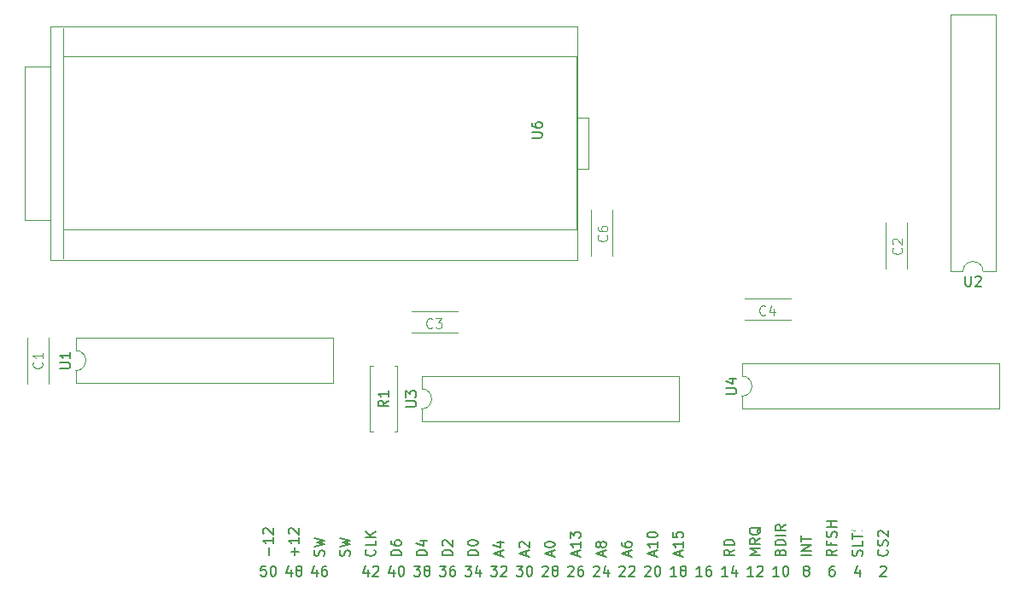
<source format=gto>
G04 #@! TF.GenerationSoftware,KiCad,Pcbnew,(6.0.9)*
G04 #@! TF.CreationDate,2023-07-19T22:39:00+02:00*
G04 #@! TF.ProjectId,Cartucho_MSX_Tang_Nano_20k_V9958,43617274-7563-4686-9f5f-4d53585f5461,rev?*
G04 #@! TF.SameCoordinates,Original*
G04 #@! TF.FileFunction,Legend,Top*
G04 #@! TF.FilePolarity,Positive*
%FSLAX46Y46*%
G04 Gerber Fmt 4.6, Leading zero omitted, Abs format (unit mm)*
G04 Created by KiCad (PCBNEW (6.0.9)) date 2023-07-19 22:39:00*
%MOMM*%
%LPD*%
G01*
G04 APERTURE LIST*
%ADD10C,0.150000*%
%ADD11C,0.096520*%
%ADD12C,0.120000*%
%ADD13C,0.100000*%
%ADD14C,4.900000*%
%ADD15R,1.270000X7.620000*%
%ADD16C,1.600000*%
%ADD17R,1.600000X2.400000*%
%ADD18O,1.600000X2.400000*%
%ADD19O,1.600000X1.600000*%
%ADD20R,2.400000X1.600000*%
%ADD21O,2.400000X1.600000*%
G04 APERTURE END LIST*
D10*
X118618095Y-133532619D02*
X118665714Y-133485000D01*
X118760952Y-133437380D01*
X118999047Y-133437380D01*
X119094285Y-133485000D01*
X119141904Y-133532619D01*
X119189523Y-133627857D01*
X119189523Y-133723095D01*
X119141904Y-133865952D01*
X118570476Y-134437380D01*
X119189523Y-134437380D01*
X119808571Y-133437380D02*
X119903809Y-133437380D01*
X119999047Y-133485000D01*
X120046666Y-133532619D01*
X120094285Y-133627857D01*
X120141904Y-133818333D01*
X120141904Y-134056428D01*
X120094285Y-134246904D01*
X120046666Y-134342142D01*
X119999047Y-134389761D01*
X119903809Y-134437380D01*
X119808571Y-134437380D01*
X119713333Y-134389761D01*
X119665714Y-134342142D01*
X119618095Y-134246904D01*
X119570476Y-134056428D01*
X119570476Y-133818333D01*
X119618095Y-133627857D01*
X119665714Y-133532619D01*
X119713333Y-133485000D01*
X119808571Y-133437380D01*
X83891428Y-132379404D02*
X83891428Y-131617500D01*
X84272380Y-131998452D02*
X83510476Y-131998452D01*
X84272380Y-130617500D02*
X84272380Y-131188928D01*
X84272380Y-130903214D02*
X83272380Y-130903214D01*
X83415238Y-130998452D01*
X83510476Y-131093690D01*
X83558095Y-131188928D01*
X83367619Y-130236547D02*
X83320000Y-130188928D01*
X83272380Y-130093690D01*
X83272380Y-129855595D01*
X83320000Y-129760357D01*
X83367619Y-129712738D01*
X83462857Y-129665119D01*
X83558095Y-129665119D01*
X83700952Y-129712738D01*
X84272380Y-130284166D01*
X84272380Y-129665119D01*
X129349523Y-134437380D02*
X128778095Y-134437380D01*
X129063809Y-134437380D02*
X129063809Y-133437380D01*
X128968571Y-133580238D01*
X128873333Y-133675476D01*
X128778095Y-133723095D01*
X129730476Y-133532619D02*
X129778095Y-133485000D01*
X129873333Y-133437380D01*
X130111428Y-133437380D01*
X130206666Y-133485000D01*
X130254285Y-133532619D01*
X130301904Y-133627857D01*
X130301904Y-133723095D01*
X130254285Y-133865952D01*
X129682857Y-134437380D01*
X130301904Y-134437380D01*
X126809523Y-134437380D02*
X126238095Y-134437380D01*
X126523809Y-134437380D02*
X126523809Y-133437380D01*
X126428571Y-133580238D01*
X126333333Y-133675476D01*
X126238095Y-133723095D01*
X127666666Y-133770714D02*
X127666666Y-134437380D01*
X127428571Y-133389761D02*
X127190476Y-134104047D01*
X127809523Y-134104047D01*
X91154285Y-133770714D02*
X91154285Y-134437380D01*
X90916190Y-133389761D02*
X90678095Y-134104047D01*
X91297142Y-134104047D01*
X91630476Y-133532619D02*
X91678095Y-133485000D01*
X91773333Y-133437380D01*
X92011428Y-133437380D01*
X92106666Y-133485000D01*
X92154285Y-133532619D01*
X92201904Y-133627857D01*
X92201904Y-133723095D01*
X92154285Y-133865952D01*
X91582857Y-134437380D01*
X92201904Y-134437380D01*
X86764761Y-132427023D02*
X86812380Y-132284166D01*
X86812380Y-132046071D01*
X86764761Y-131950833D01*
X86717142Y-131903214D01*
X86621904Y-131855595D01*
X86526666Y-131855595D01*
X86431428Y-131903214D01*
X86383809Y-131950833D01*
X86336190Y-132046071D01*
X86288571Y-132236547D01*
X86240952Y-132331785D01*
X86193333Y-132379404D01*
X86098095Y-132427023D01*
X86002857Y-132427023D01*
X85907619Y-132379404D01*
X85860000Y-132331785D01*
X85812380Y-132236547D01*
X85812380Y-131998452D01*
X85860000Y-131855595D01*
X85812380Y-131522261D02*
X86812380Y-131284166D01*
X86098095Y-131093690D01*
X86812380Y-130903214D01*
X85812380Y-130665119D01*
X116078095Y-133532619D02*
X116125714Y-133485000D01*
X116220952Y-133437380D01*
X116459047Y-133437380D01*
X116554285Y-133485000D01*
X116601904Y-133532619D01*
X116649523Y-133627857D01*
X116649523Y-133723095D01*
X116601904Y-133865952D01*
X116030476Y-134437380D01*
X116649523Y-134437380D01*
X117030476Y-133532619D02*
X117078095Y-133485000D01*
X117173333Y-133437380D01*
X117411428Y-133437380D01*
X117506666Y-133485000D01*
X117554285Y-133532619D01*
X117601904Y-133627857D01*
X117601904Y-133723095D01*
X117554285Y-133865952D01*
X116982857Y-134437380D01*
X117601904Y-134437380D01*
X114466666Y-132427023D02*
X114466666Y-131950833D01*
X114752380Y-132522261D02*
X113752380Y-132188928D01*
X114752380Y-131855595D01*
X114180952Y-131379404D02*
X114133333Y-131474642D01*
X114085714Y-131522261D01*
X113990476Y-131569880D01*
X113942857Y-131569880D01*
X113847619Y-131522261D01*
X113800000Y-131474642D01*
X113752380Y-131379404D01*
X113752380Y-131188928D01*
X113800000Y-131093690D01*
X113847619Y-131046071D01*
X113942857Y-130998452D01*
X113990476Y-130998452D01*
X114085714Y-131046071D01*
X114133333Y-131093690D01*
X114180952Y-131188928D01*
X114180952Y-131379404D01*
X114228571Y-131474642D01*
X114276190Y-131522261D01*
X114371428Y-131569880D01*
X114561904Y-131569880D01*
X114657142Y-131522261D01*
X114704761Y-131474642D01*
X114752380Y-131379404D01*
X114752380Y-131188928D01*
X114704761Y-131093690D01*
X114657142Y-131046071D01*
X114561904Y-130998452D01*
X114371428Y-130998452D01*
X114276190Y-131046071D01*
X114228571Y-131093690D01*
X114180952Y-131188928D01*
X122086666Y-132427023D02*
X122086666Y-131950833D01*
X122372380Y-132522261D02*
X121372380Y-132188928D01*
X122372380Y-131855595D01*
X122372380Y-130998452D02*
X122372380Y-131569880D01*
X122372380Y-131284166D02*
X121372380Y-131284166D01*
X121515238Y-131379404D01*
X121610476Y-131474642D01*
X121658095Y-131569880D01*
X121372380Y-130093690D02*
X121372380Y-130569880D01*
X121848571Y-130617500D01*
X121800952Y-130569880D01*
X121753333Y-130474642D01*
X121753333Y-130236547D01*
X121800952Y-130141309D01*
X121848571Y-130093690D01*
X121943809Y-130046071D01*
X122181904Y-130046071D01*
X122277142Y-130093690D01*
X122324761Y-130141309D01*
X122372380Y-130236547D01*
X122372380Y-130474642D01*
X122324761Y-130569880D01*
X122277142Y-130617500D01*
X81351428Y-132379404D02*
X81351428Y-131617500D01*
X81732380Y-130617500D02*
X81732380Y-131188928D01*
X81732380Y-130903214D02*
X80732380Y-130903214D01*
X80875238Y-130998452D01*
X80970476Y-131093690D01*
X81018095Y-131188928D01*
X80827619Y-130236547D02*
X80780000Y-130188928D01*
X80732380Y-130093690D01*
X80732380Y-129855595D01*
X80780000Y-129760357D01*
X80827619Y-129712738D01*
X80922857Y-129665119D01*
X81018095Y-129665119D01*
X81160952Y-129712738D01*
X81732380Y-130284166D01*
X81732380Y-129665119D01*
X95710476Y-133437380D02*
X96329523Y-133437380D01*
X95996190Y-133818333D01*
X96139047Y-133818333D01*
X96234285Y-133865952D01*
X96281904Y-133913571D01*
X96329523Y-134008809D01*
X96329523Y-134246904D01*
X96281904Y-134342142D01*
X96234285Y-134389761D01*
X96139047Y-134437380D01*
X95853333Y-134437380D01*
X95758095Y-134389761D01*
X95710476Y-134342142D01*
X96900952Y-133865952D02*
X96805714Y-133818333D01*
X96758095Y-133770714D01*
X96710476Y-133675476D01*
X96710476Y-133627857D01*
X96758095Y-133532619D01*
X96805714Y-133485000D01*
X96900952Y-133437380D01*
X97091428Y-133437380D01*
X97186666Y-133485000D01*
X97234285Y-133532619D01*
X97281904Y-133627857D01*
X97281904Y-133675476D01*
X97234285Y-133770714D01*
X97186666Y-133818333D01*
X97091428Y-133865952D01*
X96900952Y-133865952D01*
X96805714Y-133913571D01*
X96758095Y-133961190D01*
X96710476Y-134056428D01*
X96710476Y-134246904D01*
X96758095Y-134342142D01*
X96805714Y-134389761D01*
X96900952Y-134437380D01*
X97091428Y-134437380D01*
X97186666Y-134389761D01*
X97234285Y-134342142D01*
X97281904Y-134246904D01*
X97281904Y-134056428D01*
X97234285Y-133961190D01*
X97186666Y-133913571D01*
X97091428Y-133865952D01*
X142597142Y-131807976D02*
X142644761Y-131855595D01*
X142692380Y-131998452D01*
X142692380Y-132093690D01*
X142644761Y-132236547D01*
X142549523Y-132331785D01*
X142454285Y-132379404D01*
X142263809Y-132427023D01*
X142120952Y-132427023D01*
X141930476Y-132379404D01*
X141835238Y-132331785D01*
X141740000Y-132236547D01*
X141692380Y-132093690D01*
X141692380Y-131998452D01*
X141740000Y-131855595D01*
X141787619Y-131807976D01*
X142644761Y-131427023D02*
X142692380Y-131284166D01*
X142692380Y-131046071D01*
X142644761Y-130950833D01*
X142597142Y-130903214D01*
X142501904Y-130855595D01*
X142406666Y-130855595D01*
X142311428Y-130903214D01*
X142263809Y-130950833D01*
X142216190Y-131046071D01*
X142168571Y-131236547D01*
X142120952Y-131331785D01*
X142073333Y-131379404D01*
X141978095Y-131427023D01*
X141882857Y-131427023D01*
X141787619Y-131379404D01*
X141740000Y-131331785D01*
X141692380Y-131236547D01*
X141692380Y-130998452D01*
X141740000Y-130855595D01*
X141787619Y-130474642D02*
X141740000Y-130427023D01*
X141692380Y-130331785D01*
X141692380Y-130093690D01*
X141740000Y-129998452D01*
X141787619Y-129950833D01*
X141882857Y-129903214D01*
X141978095Y-129903214D01*
X142120952Y-129950833D01*
X142692380Y-130522261D01*
X142692380Y-129903214D01*
X105870476Y-133437380D02*
X106489523Y-133437380D01*
X106156190Y-133818333D01*
X106299047Y-133818333D01*
X106394285Y-133865952D01*
X106441904Y-133913571D01*
X106489523Y-134008809D01*
X106489523Y-134246904D01*
X106441904Y-134342142D01*
X106394285Y-134389761D01*
X106299047Y-134437380D01*
X106013333Y-134437380D01*
X105918095Y-134389761D01*
X105870476Y-134342142D01*
X107108571Y-133437380D02*
X107203809Y-133437380D01*
X107299047Y-133485000D01*
X107346666Y-133532619D01*
X107394285Y-133627857D01*
X107441904Y-133818333D01*
X107441904Y-134056428D01*
X107394285Y-134246904D01*
X107346666Y-134342142D01*
X107299047Y-134389761D01*
X107203809Y-134437380D01*
X107108571Y-134437380D01*
X107013333Y-134389761D01*
X106965714Y-134342142D01*
X106918095Y-134246904D01*
X106870476Y-134056428D01*
X106870476Y-133818333D01*
X106918095Y-133627857D01*
X106965714Y-133532619D01*
X107013333Y-133485000D01*
X107108571Y-133437380D01*
X96972380Y-132379404D02*
X95972380Y-132379404D01*
X95972380Y-132141309D01*
X96020000Y-131998452D01*
X96115238Y-131903214D01*
X96210476Y-131855595D01*
X96400952Y-131807976D01*
X96543809Y-131807976D01*
X96734285Y-131855595D01*
X96829523Y-131903214D01*
X96924761Y-131998452D01*
X96972380Y-132141309D01*
X96972380Y-132379404D01*
X96305714Y-130950833D02*
X96972380Y-130950833D01*
X95924761Y-131188928D02*
X96639047Y-131427023D01*
X96639047Y-130807976D01*
X91797142Y-131807976D02*
X91844761Y-131855595D01*
X91892380Y-131998452D01*
X91892380Y-132093690D01*
X91844761Y-132236547D01*
X91749523Y-132331785D01*
X91654285Y-132379404D01*
X91463809Y-132427023D01*
X91320952Y-132427023D01*
X91130476Y-132379404D01*
X91035238Y-132331785D01*
X90940000Y-132236547D01*
X90892380Y-132093690D01*
X90892380Y-131998452D01*
X90940000Y-131855595D01*
X90987619Y-131807976D01*
X91892380Y-130903214D02*
X91892380Y-131379404D01*
X90892380Y-131379404D01*
X91892380Y-130569880D02*
X90892380Y-130569880D01*
X91892380Y-129998452D02*
X91320952Y-130427023D01*
X90892380Y-129998452D02*
X91463809Y-130569880D01*
X119546666Y-132427023D02*
X119546666Y-131950833D01*
X119832380Y-132522261D02*
X118832380Y-132188928D01*
X119832380Y-131855595D01*
X119832380Y-130998452D02*
X119832380Y-131569880D01*
X119832380Y-131284166D02*
X118832380Y-131284166D01*
X118975238Y-131379404D01*
X119070476Y-131474642D01*
X119118095Y-131569880D01*
X118832380Y-130379404D02*
X118832380Y-130284166D01*
X118880000Y-130188928D01*
X118927619Y-130141309D01*
X119022857Y-130093690D01*
X119213333Y-130046071D01*
X119451428Y-130046071D01*
X119641904Y-130093690D01*
X119737142Y-130141309D01*
X119784761Y-130188928D01*
X119832380Y-130284166D01*
X119832380Y-130379404D01*
X119784761Y-130474642D01*
X119737142Y-130522261D01*
X119641904Y-130569880D01*
X119451428Y-130617500D01*
X119213333Y-130617500D01*
X119022857Y-130569880D01*
X118927619Y-130522261D01*
X118880000Y-130474642D01*
X118832380Y-130379404D01*
X113538095Y-133532619D02*
X113585714Y-133485000D01*
X113680952Y-133437380D01*
X113919047Y-133437380D01*
X114014285Y-133485000D01*
X114061904Y-133532619D01*
X114109523Y-133627857D01*
X114109523Y-133723095D01*
X114061904Y-133865952D01*
X113490476Y-134437380D01*
X114109523Y-134437380D01*
X114966666Y-133770714D02*
X114966666Y-134437380D01*
X114728571Y-133389761D02*
X114490476Y-134104047D01*
X115109523Y-134104047D01*
X83534285Y-133770714D02*
X83534285Y-134437380D01*
X83296190Y-133389761D02*
X83058095Y-134104047D01*
X83677142Y-134104047D01*
X84200952Y-133865952D02*
X84105714Y-133818333D01*
X84058095Y-133770714D01*
X84010476Y-133675476D01*
X84010476Y-133627857D01*
X84058095Y-133532619D01*
X84105714Y-133485000D01*
X84200952Y-133437380D01*
X84391428Y-133437380D01*
X84486666Y-133485000D01*
X84534285Y-133532619D01*
X84581904Y-133627857D01*
X84581904Y-133675476D01*
X84534285Y-133770714D01*
X84486666Y-133818333D01*
X84391428Y-133865952D01*
X84200952Y-133865952D01*
X84105714Y-133913571D01*
X84058095Y-133961190D01*
X84010476Y-134056428D01*
X84010476Y-134246904D01*
X84058095Y-134342142D01*
X84105714Y-134389761D01*
X84200952Y-134437380D01*
X84391428Y-134437380D01*
X84486666Y-134389761D01*
X84534285Y-134342142D01*
X84581904Y-134246904D01*
X84581904Y-134056428D01*
X84534285Y-133961190D01*
X84486666Y-133913571D01*
X84391428Y-133865952D01*
X86074285Y-133770714D02*
X86074285Y-134437380D01*
X85836190Y-133389761D02*
X85598095Y-134104047D01*
X86217142Y-134104047D01*
X87026666Y-133437380D02*
X86836190Y-133437380D01*
X86740952Y-133485000D01*
X86693333Y-133532619D01*
X86598095Y-133675476D01*
X86550476Y-133865952D01*
X86550476Y-134246904D01*
X86598095Y-134342142D01*
X86645714Y-134389761D01*
X86740952Y-134437380D01*
X86931428Y-134437380D01*
X87026666Y-134389761D01*
X87074285Y-134342142D01*
X87121904Y-134246904D01*
X87121904Y-134008809D01*
X87074285Y-133913571D01*
X87026666Y-133865952D01*
X86931428Y-133818333D01*
X86740952Y-133818333D01*
X86645714Y-133865952D01*
X86598095Y-133913571D01*
X86550476Y-134008809D01*
X134524761Y-133865952D02*
X134429523Y-133818333D01*
X134381904Y-133770714D01*
X134334285Y-133675476D01*
X134334285Y-133627857D01*
X134381904Y-133532619D01*
X134429523Y-133485000D01*
X134524761Y-133437380D01*
X134715238Y-133437380D01*
X134810476Y-133485000D01*
X134858095Y-133532619D01*
X134905714Y-133627857D01*
X134905714Y-133675476D01*
X134858095Y-133770714D01*
X134810476Y-133818333D01*
X134715238Y-133865952D01*
X134524761Y-133865952D01*
X134429523Y-133913571D01*
X134381904Y-133961190D01*
X134334285Y-134056428D01*
X134334285Y-134246904D01*
X134381904Y-134342142D01*
X134429523Y-134389761D01*
X134524761Y-134437380D01*
X134715238Y-134437380D01*
X134810476Y-134389761D01*
X134858095Y-134342142D01*
X134905714Y-134246904D01*
X134905714Y-134056428D01*
X134858095Y-133961190D01*
X134810476Y-133913571D01*
X134715238Y-133865952D01*
X100790476Y-133437380D02*
X101409523Y-133437380D01*
X101076190Y-133818333D01*
X101219047Y-133818333D01*
X101314285Y-133865952D01*
X101361904Y-133913571D01*
X101409523Y-134008809D01*
X101409523Y-134246904D01*
X101361904Y-134342142D01*
X101314285Y-134389761D01*
X101219047Y-134437380D01*
X100933333Y-134437380D01*
X100838095Y-134389761D01*
X100790476Y-134342142D01*
X102266666Y-133770714D02*
X102266666Y-134437380D01*
X102028571Y-133389761D02*
X101790476Y-134104047D01*
X102409523Y-134104047D01*
X132008571Y-132046071D02*
X132056190Y-131903214D01*
X132103809Y-131855595D01*
X132199047Y-131807976D01*
X132341904Y-131807976D01*
X132437142Y-131855595D01*
X132484761Y-131903214D01*
X132532380Y-131998452D01*
X132532380Y-132379404D01*
X131532380Y-132379404D01*
X131532380Y-132046071D01*
X131580000Y-131950833D01*
X131627619Y-131903214D01*
X131722857Y-131855595D01*
X131818095Y-131855595D01*
X131913333Y-131903214D01*
X131960952Y-131950833D01*
X132008571Y-132046071D01*
X132008571Y-132379404D01*
X132532380Y-131379404D02*
X131532380Y-131379404D01*
X131532380Y-131141309D01*
X131580000Y-130998452D01*
X131675238Y-130903214D01*
X131770476Y-130855595D01*
X131960952Y-130807976D01*
X132103809Y-130807976D01*
X132294285Y-130855595D01*
X132389523Y-130903214D01*
X132484761Y-130998452D01*
X132532380Y-131141309D01*
X132532380Y-131379404D01*
X132532380Y-130379404D02*
X131532380Y-130379404D01*
X132532380Y-129331785D02*
X132056190Y-129665119D01*
X132532380Y-129903214D02*
X131532380Y-129903214D01*
X131532380Y-129522261D01*
X131580000Y-129427023D01*
X131627619Y-129379404D01*
X131722857Y-129331785D01*
X131865714Y-129331785D01*
X131960952Y-129379404D01*
X132008571Y-129427023D01*
X132056190Y-129522261D01*
X132056190Y-129903214D01*
X108458095Y-133532619D02*
X108505714Y-133485000D01*
X108600952Y-133437380D01*
X108839047Y-133437380D01*
X108934285Y-133485000D01*
X108981904Y-133532619D01*
X109029523Y-133627857D01*
X109029523Y-133723095D01*
X108981904Y-133865952D01*
X108410476Y-134437380D01*
X109029523Y-134437380D01*
X109600952Y-133865952D02*
X109505714Y-133818333D01*
X109458095Y-133770714D01*
X109410476Y-133675476D01*
X109410476Y-133627857D01*
X109458095Y-133532619D01*
X109505714Y-133485000D01*
X109600952Y-133437380D01*
X109791428Y-133437380D01*
X109886666Y-133485000D01*
X109934285Y-133532619D01*
X109981904Y-133627857D01*
X109981904Y-133675476D01*
X109934285Y-133770714D01*
X109886666Y-133818333D01*
X109791428Y-133865952D01*
X109600952Y-133865952D01*
X109505714Y-133913571D01*
X109458095Y-133961190D01*
X109410476Y-134056428D01*
X109410476Y-134246904D01*
X109458095Y-134342142D01*
X109505714Y-134389761D01*
X109600952Y-134437380D01*
X109791428Y-134437380D01*
X109886666Y-134389761D01*
X109934285Y-134342142D01*
X109981904Y-134246904D01*
X109981904Y-134056428D01*
X109934285Y-133961190D01*
X109886666Y-133913571D01*
X109791428Y-133865952D01*
X81041904Y-133437380D02*
X80565714Y-133437380D01*
X80518095Y-133913571D01*
X80565714Y-133865952D01*
X80660952Y-133818333D01*
X80899047Y-133818333D01*
X80994285Y-133865952D01*
X81041904Y-133913571D01*
X81089523Y-134008809D01*
X81089523Y-134246904D01*
X81041904Y-134342142D01*
X80994285Y-134389761D01*
X80899047Y-134437380D01*
X80660952Y-134437380D01*
X80565714Y-134389761D01*
X80518095Y-134342142D01*
X81708571Y-133437380D02*
X81803809Y-133437380D01*
X81899047Y-133485000D01*
X81946666Y-133532619D01*
X81994285Y-133627857D01*
X82041904Y-133818333D01*
X82041904Y-134056428D01*
X81994285Y-134246904D01*
X81946666Y-134342142D01*
X81899047Y-134389761D01*
X81803809Y-134437380D01*
X81708571Y-134437380D01*
X81613333Y-134389761D01*
X81565714Y-134342142D01*
X81518095Y-134246904D01*
X81470476Y-134056428D01*
X81470476Y-133818333D01*
X81518095Y-133627857D01*
X81565714Y-133532619D01*
X81613333Y-133485000D01*
X81708571Y-133437380D01*
X98250476Y-133437380D02*
X98869523Y-133437380D01*
X98536190Y-133818333D01*
X98679047Y-133818333D01*
X98774285Y-133865952D01*
X98821904Y-133913571D01*
X98869523Y-134008809D01*
X98869523Y-134246904D01*
X98821904Y-134342142D01*
X98774285Y-134389761D01*
X98679047Y-134437380D01*
X98393333Y-134437380D01*
X98298095Y-134389761D01*
X98250476Y-134342142D01*
X99726666Y-133437380D02*
X99536190Y-133437380D01*
X99440952Y-133485000D01*
X99393333Y-133532619D01*
X99298095Y-133675476D01*
X99250476Y-133865952D01*
X99250476Y-134246904D01*
X99298095Y-134342142D01*
X99345714Y-134389761D01*
X99440952Y-134437380D01*
X99631428Y-134437380D01*
X99726666Y-134389761D01*
X99774285Y-134342142D01*
X99821904Y-134246904D01*
X99821904Y-134008809D01*
X99774285Y-133913571D01*
X99726666Y-133865952D01*
X99631428Y-133818333D01*
X99440952Y-133818333D01*
X99345714Y-133865952D01*
X99298095Y-133913571D01*
X99250476Y-134008809D01*
X99512380Y-132379404D02*
X98512380Y-132379404D01*
X98512380Y-132141309D01*
X98560000Y-131998452D01*
X98655238Y-131903214D01*
X98750476Y-131855595D01*
X98940952Y-131807976D01*
X99083809Y-131807976D01*
X99274285Y-131855595D01*
X99369523Y-131903214D01*
X99464761Y-131998452D01*
X99512380Y-132141309D01*
X99512380Y-132379404D01*
X98607619Y-131427023D02*
X98560000Y-131379404D01*
X98512380Y-131284166D01*
X98512380Y-131046071D01*
X98560000Y-130950833D01*
X98607619Y-130903214D01*
X98702857Y-130855595D01*
X98798095Y-130855595D01*
X98940952Y-130903214D01*
X99512380Y-131474642D01*
X99512380Y-130855595D01*
X111926666Y-132427023D02*
X111926666Y-131950833D01*
X112212380Y-132522261D02*
X111212380Y-132188928D01*
X112212380Y-131855595D01*
X112212380Y-130998452D02*
X112212380Y-131569880D01*
X112212380Y-131284166D02*
X111212380Y-131284166D01*
X111355238Y-131379404D01*
X111450476Y-131474642D01*
X111498095Y-131569880D01*
X111212380Y-130665119D02*
X111212380Y-130046071D01*
X111593333Y-130379404D01*
X111593333Y-130236547D01*
X111640952Y-130141309D01*
X111688571Y-130093690D01*
X111783809Y-130046071D01*
X112021904Y-130046071D01*
X112117142Y-130093690D01*
X112164761Y-130141309D01*
X112212380Y-130236547D01*
X112212380Y-130522261D01*
X112164761Y-130617500D01*
X112117142Y-130665119D01*
X109386666Y-132427023D02*
X109386666Y-131950833D01*
X109672380Y-132522261D02*
X108672380Y-132188928D01*
X109672380Y-131855595D01*
X108672380Y-131331785D02*
X108672380Y-131236547D01*
X108720000Y-131141309D01*
X108767619Y-131093690D01*
X108862857Y-131046071D01*
X109053333Y-130998452D01*
X109291428Y-130998452D01*
X109481904Y-131046071D01*
X109577142Y-131093690D01*
X109624761Y-131141309D01*
X109672380Y-131236547D01*
X109672380Y-131331785D01*
X109624761Y-131427023D01*
X109577142Y-131474642D01*
X109481904Y-131522261D01*
X109291428Y-131569880D01*
X109053333Y-131569880D01*
X108862857Y-131522261D01*
X108767619Y-131474642D01*
X108720000Y-131427023D01*
X108672380Y-131331785D01*
X117006666Y-132427023D02*
X117006666Y-131950833D01*
X117292380Y-132522261D02*
X116292380Y-132188928D01*
X117292380Y-131855595D01*
X116292380Y-131093690D02*
X116292380Y-131284166D01*
X116340000Y-131379404D01*
X116387619Y-131427023D01*
X116530476Y-131522261D01*
X116720952Y-131569880D01*
X117101904Y-131569880D01*
X117197142Y-131522261D01*
X117244761Y-131474642D01*
X117292380Y-131379404D01*
X117292380Y-131188928D01*
X117244761Y-131093690D01*
X117197142Y-131046071D01*
X117101904Y-130998452D01*
X116863809Y-130998452D01*
X116768571Y-131046071D01*
X116720952Y-131093690D01*
X116673333Y-131188928D01*
X116673333Y-131379404D01*
X116720952Y-131474642D01*
X116768571Y-131522261D01*
X116863809Y-131569880D01*
X121729523Y-134437380D02*
X121158095Y-134437380D01*
X121443809Y-134437380D02*
X121443809Y-133437380D01*
X121348571Y-133580238D01*
X121253333Y-133675476D01*
X121158095Y-133723095D01*
X122300952Y-133865952D02*
X122205714Y-133818333D01*
X122158095Y-133770714D01*
X122110476Y-133675476D01*
X122110476Y-133627857D01*
X122158095Y-133532619D01*
X122205714Y-133485000D01*
X122300952Y-133437380D01*
X122491428Y-133437380D01*
X122586666Y-133485000D01*
X122634285Y-133532619D01*
X122681904Y-133627857D01*
X122681904Y-133675476D01*
X122634285Y-133770714D01*
X122586666Y-133818333D01*
X122491428Y-133865952D01*
X122300952Y-133865952D01*
X122205714Y-133913571D01*
X122158095Y-133961190D01*
X122110476Y-134056428D01*
X122110476Y-134246904D01*
X122158095Y-134342142D01*
X122205714Y-134389761D01*
X122300952Y-134437380D01*
X122491428Y-134437380D01*
X122586666Y-134389761D01*
X122634285Y-134342142D01*
X122681904Y-134246904D01*
X122681904Y-134056428D01*
X122634285Y-133961190D01*
X122586666Y-133913571D01*
X122491428Y-133865952D01*
X141954285Y-133532619D02*
X142001904Y-133485000D01*
X142097142Y-133437380D01*
X142335238Y-133437380D01*
X142430476Y-133485000D01*
X142478095Y-133532619D01*
X142525714Y-133627857D01*
X142525714Y-133723095D01*
X142478095Y-133865952D01*
X141906666Y-134437380D01*
X142525714Y-134437380D01*
X127452380Y-131807976D02*
X126976190Y-132141309D01*
X127452380Y-132379404D02*
X126452380Y-132379404D01*
X126452380Y-131998452D01*
X126500000Y-131903214D01*
X126547619Y-131855595D01*
X126642857Y-131807976D01*
X126785714Y-131807976D01*
X126880952Y-131855595D01*
X126928571Y-131903214D01*
X126976190Y-131998452D01*
X126976190Y-132379404D01*
X127452380Y-131379404D02*
X126452380Y-131379404D01*
X126452380Y-131141309D01*
X126500000Y-130998452D01*
X126595238Y-130903214D01*
X126690476Y-130855595D01*
X126880952Y-130807976D01*
X127023809Y-130807976D01*
X127214285Y-130855595D01*
X127309523Y-130903214D01*
X127404761Y-130998452D01*
X127452380Y-131141309D01*
X127452380Y-131379404D01*
X110998095Y-133532619D02*
X111045714Y-133485000D01*
X111140952Y-133437380D01*
X111379047Y-133437380D01*
X111474285Y-133485000D01*
X111521904Y-133532619D01*
X111569523Y-133627857D01*
X111569523Y-133723095D01*
X111521904Y-133865952D01*
X110950476Y-134437380D01*
X111569523Y-134437380D01*
X112426666Y-133437380D02*
X112236190Y-133437380D01*
X112140952Y-133485000D01*
X112093333Y-133532619D01*
X111998095Y-133675476D01*
X111950476Y-133865952D01*
X111950476Y-134246904D01*
X111998095Y-134342142D01*
X112045714Y-134389761D01*
X112140952Y-134437380D01*
X112331428Y-134437380D01*
X112426666Y-134389761D01*
X112474285Y-134342142D01*
X112521904Y-134246904D01*
X112521904Y-134008809D01*
X112474285Y-133913571D01*
X112426666Y-133865952D01*
X112331428Y-133818333D01*
X112140952Y-133818333D01*
X112045714Y-133865952D01*
X111998095Y-133913571D01*
X111950476Y-134008809D01*
X139890476Y-133770714D02*
X139890476Y-134437380D01*
X139652380Y-133389761D02*
X139414285Y-134104047D01*
X140033333Y-134104047D01*
X93694285Y-133770714D02*
X93694285Y-134437380D01*
X93456190Y-133389761D02*
X93218095Y-134104047D01*
X93837142Y-134104047D01*
X94408571Y-133437380D02*
X94503809Y-133437380D01*
X94599047Y-133485000D01*
X94646666Y-133532619D01*
X94694285Y-133627857D01*
X94741904Y-133818333D01*
X94741904Y-134056428D01*
X94694285Y-134246904D01*
X94646666Y-134342142D01*
X94599047Y-134389761D01*
X94503809Y-134437380D01*
X94408571Y-134437380D01*
X94313333Y-134389761D01*
X94265714Y-134342142D01*
X94218095Y-134246904D01*
X94170476Y-134056428D01*
X94170476Y-133818333D01*
X94218095Y-133627857D01*
X94265714Y-133532619D01*
X94313333Y-133485000D01*
X94408571Y-133437380D01*
X135072380Y-132379404D02*
X134072380Y-132379404D01*
X135072380Y-131903214D02*
X134072380Y-131903214D01*
X135072380Y-131331785D01*
X134072380Y-131331785D01*
X134072380Y-130998452D02*
X134072380Y-130427023D01*
X135072380Y-130712738D02*
X134072380Y-130712738D01*
X103330476Y-133437380D02*
X103949523Y-133437380D01*
X103616190Y-133818333D01*
X103759047Y-133818333D01*
X103854285Y-133865952D01*
X103901904Y-133913571D01*
X103949523Y-134008809D01*
X103949523Y-134246904D01*
X103901904Y-134342142D01*
X103854285Y-134389761D01*
X103759047Y-134437380D01*
X103473333Y-134437380D01*
X103378095Y-134389761D01*
X103330476Y-134342142D01*
X104330476Y-133532619D02*
X104378095Y-133485000D01*
X104473333Y-133437380D01*
X104711428Y-133437380D01*
X104806666Y-133485000D01*
X104854285Y-133532619D01*
X104901904Y-133627857D01*
X104901904Y-133723095D01*
X104854285Y-133865952D01*
X104282857Y-134437380D01*
X104901904Y-134437380D01*
X89304761Y-132427023D02*
X89352380Y-132284166D01*
X89352380Y-132046071D01*
X89304761Y-131950833D01*
X89257142Y-131903214D01*
X89161904Y-131855595D01*
X89066666Y-131855595D01*
X88971428Y-131903214D01*
X88923809Y-131950833D01*
X88876190Y-132046071D01*
X88828571Y-132236547D01*
X88780952Y-132331785D01*
X88733333Y-132379404D01*
X88638095Y-132427023D01*
X88542857Y-132427023D01*
X88447619Y-132379404D01*
X88400000Y-132331785D01*
X88352380Y-132236547D01*
X88352380Y-131998452D01*
X88400000Y-131855595D01*
X88352380Y-131522261D02*
X89352380Y-131284166D01*
X88638095Y-131093690D01*
X89352380Y-130903214D01*
X88352380Y-130665119D01*
X94432380Y-132379404D02*
X93432380Y-132379404D01*
X93432380Y-132141309D01*
X93480000Y-131998452D01*
X93575238Y-131903214D01*
X93670476Y-131855595D01*
X93860952Y-131807976D01*
X94003809Y-131807976D01*
X94194285Y-131855595D01*
X94289523Y-131903214D01*
X94384761Y-131998452D01*
X94432380Y-132141309D01*
X94432380Y-132379404D01*
X93432380Y-130950833D02*
X93432380Y-131141309D01*
X93480000Y-131236547D01*
X93527619Y-131284166D01*
X93670476Y-131379404D01*
X93860952Y-131427023D01*
X94241904Y-131427023D01*
X94337142Y-131379404D01*
X94384761Y-131331785D01*
X94432380Y-131236547D01*
X94432380Y-131046071D01*
X94384761Y-130950833D01*
X94337142Y-130903214D01*
X94241904Y-130855595D01*
X94003809Y-130855595D01*
X93908571Y-130903214D01*
X93860952Y-130950833D01*
X93813333Y-131046071D01*
X93813333Y-131236547D01*
X93860952Y-131331785D01*
X93908571Y-131379404D01*
X94003809Y-131427023D01*
X137612380Y-131807976D02*
X137136190Y-132141309D01*
X137612380Y-132379404D02*
X136612380Y-132379404D01*
X136612380Y-131998452D01*
X136660000Y-131903214D01*
X136707619Y-131855595D01*
X136802857Y-131807976D01*
X136945714Y-131807976D01*
X137040952Y-131855595D01*
X137088571Y-131903214D01*
X137136190Y-131998452D01*
X137136190Y-132379404D01*
X137088571Y-131046071D02*
X137088571Y-131379404D01*
X137612380Y-131379404D02*
X136612380Y-131379404D01*
X136612380Y-130903214D01*
X137564761Y-130569880D02*
X137612380Y-130427023D01*
X137612380Y-130188928D01*
X137564761Y-130093690D01*
X137517142Y-130046071D01*
X137421904Y-129998452D01*
X137326666Y-129998452D01*
X137231428Y-130046071D01*
X137183809Y-130093690D01*
X137136190Y-130188928D01*
X137088571Y-130379404D01*
X137040952Y-130474642D01*
X136993333Y-130522261D01*
X136898095Y-130569880D01*
X136802857Y-130569880D01*
X136707619Y-130522261D01*
X136660000Y-130474642D01*
X136612380Y-130379404D01*
X136612380Y-130141309D01*
X136660000Y-129998452D01*
X137612380Y-129569880D02*
X136612380Y-129569880D01*
X137088571Y-129569880D02*
X137088571Y-128998452D01*
X137612380Y-128998452D02*
X136612380Y-128998452D01*
X137350476Y-133437380D02*
X137160000Y-133437380D01*
X137064761Y-133485000D01*
X137017142Y-133532619D01*
X136921904Y-133675476D01*
X136874285Y-133865952D01*
X136874285Y-134246904D01*
X136921904Y-134342142D01*
X136969523Y-134389761D01*
X137064761Y-134437380D01*
X137255238Y-134437380D01*
X137350476Y-134389761D01*
X137398095Y-134342142D01*
X137445714Y-134246904D01*
X137445714Y-134008809D01*
X137398095Y-133913571D01*
X137350476Y-133865952D01*
X137255238Y-133818333D01*
X137064761Y-133818333D01*
X136969523Y-133865952D01*
X136921904Y-133913571D01*
X136874285Y-134008809D01*
X104306666Y-132427023D02*
X104306666Y-131950833D01*
X104592380Y-132522261D02*
X103592380Y-132188928D01*
X104592380Y-131855595D01*
X103925714Y-131093690D02*
X104592380Y-131093690D01*
X103544761Y-131331785D02*
X104259047Y-131569880D01*
X104259047Y-130950833D01*
X106846666Y-132427023D02*
X106846666Y-131950833D01*
X107132380Y-132522261D02*
X106132380Y-132188928D01*
X107132380Y-131855595D01*
X106227619Y-131569880D02*
X106180000Y-131522261D01*
X106132380Y-131427023D01*
X106132380Y-131188928D01*
X106180000Y-131093690D01*
X106227619Y-131046071D01*
X106322857Y-130998452D01*
X106418095Y-130998452D01*
X106560952Y-131046071D01*
X107132380Y-131617500D01*
X107132380Y-130998452D01*
X124269523Y-134437380D02*
X123698095Y-134437380D01*
X123983809Y-134437380D02*
X123983809Y-133437380D01*
X123888571Y-133580238D01*
X123793333Y-133675476D01*
X123698095Y-133723095D01*
X125126666Y-133437380D02*
X124936190Y-133437380D01*
X124840952Y-133485000D01*
X124793333Y-133532619D01*
X124698095Y-133675476D01*
X124650476Y-133865952D01*
X124650476Y-134246904D01*
X124698095Y-134342142D01*
X124745714Y-134389761D01*
X124840952Y-134437380D01*
X125031428Y-134437380D01*
X125126666Y-134389761D01*
X125174285Y-134342142D01*
X125221904Y-134246904D01*
X125221904Y-134008809D01*
X125174285Y-133913571D01*
X125126666Y-133865952D01*
X125031428Y-133818333D01*
X124840952Y-133818333D01*
X124745714Y-133865952D01*
X124698095Y-133913571D01*
X124650476Y-134008809D01*
X140104761Y-132427023D02*
X140152380Y-132284166D01*
X140152380Y-132046071D01*
X140104761Y-131950833D01*
X140057142Y-131903214D01*
X139961904Y-131855595D01*
X139866666Y-131855595D01*
X139771428Y-131903214D01*
X139723809Y-131950833D01*
X139676190Y-132046071D01*
X139628571Y-132236547D01*
X139580952Y-132331785D01*
X139533333Y-132379404D01*
X139438095Y-132427023D01*
X139342857Y-132427023D01*
X139247619Y-132379404D01*
X139200000Y-132331785D01*
X139152380Y-132236547D01*
X139152380Y-131998452D01*
X139200000Y-131855595D01*
X140152380Y-130950833D02*
X140152380Y-131427023D01*
X139152380Y-131427023D01*
X139152380Y-130760357D02*
X139152380Y-130188928D01*
X140152380Y-130474642D02*
X139152380Y-130474642D01*
X140104761Y-129903214D02*
X140152380Y-129760357D01*
X140152380Y-129522261D01*
X140104761Y-129427023D01*
X140057142Y-129379404D01*
X139961904Y-129331785D01*
X139866666Y-129331785D01*
X139771428Y-129379404D01*
X139723809Y-129427023D01*
X139676190Y-129522261D01*
X139628571Y-129712738D01*
X139580952Y-129807976D01*
X139533333Y-129855595D01*
X139438095Y-129903214D01*
X139342857Y-129903214D01*
X139247619Y-129855595D01*
X139200000Y-129807976D01*
X139152380Y-129712738D01*
X139152380Y-129474642D01*
X139200000Y-129331785D01*
X140152380Y-128427023D02*
X140152380Y-128903214D01*
X139152380Y-128903214D01*
X131889523Y-134437380D02*
X131318095Y-134437380D01*
X131603809Y-134437380D02*
X131603809Y-133437380D01*
X131508571Y-133580238D01*
X131413333Y-133675476D01*
X131318095Y-133723095D01*
X132508571Y-133437380D02*
X132603809Y-133437380D01*
X132699047Y-133485000D01*
X132746666Y-133532619D01*
X132794285Y-133627857D01*
X132841904Y-133818333D01*
X132841904Y-134056428D01*
X132794285Y-134246904D01*
X132746666Y-134342142D01*
X132699047Y-134389761D01*
X132603809Y-134437380D01*
X132508571Y-134437380D01*
X132413333Y-134389761D01*
X132365714Y-134342142D01*
X132318095Y-134246904D01*
X132270476Y-134056428D01*
X132270476Y-133818333D01*
X132318095Y-133627857D01*
X132365714Y-133532619D01*
X132413333Y-133485000D01*
X132508571Y-133437380D01*
X102052380Y-132379404D02*
X101052380Y-132379404D01*
X101052380Y-132141309D01*
X101100000Y-131998452D01*
X101195238Y-131903214D01*
X101290476Y-131855595D01*
X101480952Y-131807976D01*
X101623809Y-131807976D01*
X101814285Y-131855595D01*
X101909523Y-131903214D01*
X102004761Y-131998452D01*
X102052380Y-132141309D01*
X102052380Y-132379404D01*
X101052380Y-131188928D02*
X101052380Y-131093690D01*
X101100000Y-130998452D01*
X101147619Y-130950833D01*
X101242857Y-130903214D01*
X101433333Y-130855595D01*
X101671428Y-130855595D01*
X101861904Y-130903214D01*
X101957142Y-130950833D01*
X102004761Y-130998452D01*
X102052380Y-131093690D01*
X102052380Y-131188928D01*
X102004761Y-131284166D01*
X101957142Y-131331785D01*
X101861904Y-131379404D01*
X101671428Y-131427023D01*
X101433333Y-131427023D01*
X101242857Y-131379404D01*
X101147619Y-131331785D01*
X101100000Y-131284166D01*
X101052380Y-131188928D01*
X129992380Y-132379404D02*
X128992380Y-132379404D01*
X129706666Y-132046071D01*
X128992380Y-131712738D01*
X129992380Y-131712738D01*
X129992380Y-130665119D02*
X129516190Y-130998452D01*
X129992380Y-131236547D02*
X128992380Y-131236547D01*
X128992380Y-130855595D01*
X129040000Y-130760357D01*
X129087619Y-130712738D01*
X129182857Y-130665119D01*
X129325714Y-130665119D01*
X129420952Y-130712738D01*
X129468571Y-130760357D01*
X129516190Y-130855595D01*
X129516190Y-131236547D01*
X130087619Y-129569880D02*
X130040000Y-129665119D01*
X129944761Y-129760357D01*
X129801904Y-129903214D01*
X129754285Y-129998452D01*
X129754285Y-130093690D01*
X129992380Y-130046071D02*
X129944761Y-130141309D01*
X129849523Y-130236547D01*
X129659047Y-130284166D01*
X129325714Y-130284166D01*
X129135238Y-130236547D01*
X129040000Y-130141309D01*
X128992380Y-130046071D01*
X128992380Y-129855595D01*
X129040000Y-129760357D01*
X129135238Y-129665119D01*
X129325714Y-129617500D01*
X129659047Y-129617500D01*
X129849523Y-129665119D01*
X129944761Y-129760357D01*
X129992380Y-129855595D01*
X129992380Y-130046071D01*
D11*
X114797114Y-100586503D02*
X114843076Y-100632465D01*
X114889038Y-100770351D01*
X114889038Y-100862275D01*
X114843076Y-101000160D01*
X114751152Y-101092084D01*
X114659228Y-101138046D01*
X114475380Y-101184008D01*
X114337495Y-101184008D01*
X114153647Y-101138046D01*
X114061723Y-101092084D01*
X113969800Y-101000160D01*
X113923838Y-100862275D01*
X113923838Y-100770351D01*
X113969800Y-100632465D01*
X114015761Y-100586503D01*
X113923838Y-99759189D02*
X113923838Y-99943037D01*
X113969800Y-100034960D01*
X114015761Y-100080922D01*
X114153647Y-100172846D01*
X114337495Y-100218808D01*
X114705190Y-100218808D01*
X114797114Y-100172846D01*
X114843076Y-100126884D01*
X114889038Y-100034960D01*
X114889038Y-99851113D01*
X114843076Y-99759189D01*
X114797114Y-99713227D01*
X114705190Y-99667265D01*
X114475380Y-99667265D01*
X114383457Y-99713227D01*
X114337495Y-99759189D01*
X114291533Y-99851113D01*
X114291533Y-100034960D01*
X114337495Y-100126884D01*
X114383457Y-100172846D01*
X114475380Y-100218808D01*
X97533496Y-109717114D02*
X97487534Y-109763076D01*
X97349648Y-109809038D01*
X97257724Y-109809038D01*
X97119839Y-109763076D01*
X97027915Y-109671152D01*
X96981953Y-109579228D01*
X96935991Y-109395380D01*
X96935991Y-109257495D01*
X96981953Y-109073647D01*
X97027915Y-108981723D01*
X97119839Y-108889800D01*
X97257724Y-108843838D01*
X97349648Y-108843838D01*
X97487534Y-108889800D01*
X97533496Y-108935761D01*
X97855229Y-108843838D02*
X98452734Y-108843838D01*
X98131001Y-109211533D01*
X98268886Y-109211533D01*
X98360810Y-109257495D01*
X98406772Y-109303457D01*
X98452734Y-109395380D01*
X98452734Y-109625190D01*
X98406772Y-109717114D01*
X98360810Y-109763076D01*
X98268886Y-109809038D01*
X97993115Y-109809038D01*
X97901191Y-109763076D01*
X97855229Y-109717114D01*
X58790114Y-113179823D02*
X58836076Y-113225785D01*
X58882038Y-113363671D01*
X58882038Y-113455595D01*
X58836076Y-113593480D01*
X58744152Y-113685404D01*
X58652228Y-113731366D01*
X58468380Y-113777328D01*
X58330495Y-113777328D01*
X58146647Y-113731366D01*
X58054723Y-113685404D01*
X57962800Y-113593480D01*
X57916838Y-113455595D01*
X57916838Y-113363671D01*
X57962800Y-113225785D01*
X58008761Y-113179823D01*
X58882038Y-112260585D02*
X58882038Y-112812128D01*
X58882038Y-112536357D02*
X57916838Y-112536357D01*
X58054723Y-112628280D01*
X58146647Y-112720204D01*
X58192609Y-112812128D01*
D10*
X60627380Y-113791904D02*
X61436904Y-113791904D01*
X61532142Y-113744285D01*
X61579761Y-113696666D01*
X61627380Y-113601428D01*
X61627380Y-113410952D01*
X61579761Y-113315714D01*
X61532142Y-113268095D01*
X61436904Y-113220476D01*
X60627380Y-113220476D01*
X61627380Y-112220476D02*
X61627380Y-112791904D01*
X61627380Y-112506190D02*
X60627380Y-112506190D01*
X60770238Y-112601428D01*
X60865476Y-112696666D01*
X60913095Y-112791904D01*
X107402380Y-90926904D02*
X108211904Y-90926904D01*
X108307142Y-90879285D01*
X108354761Y-90831666D01*
X108402380Y-90736428D01*
X108402380Y-90545952D01*
X108354761Y-90450714D01*
X108307142Y-90403095D01*
X108211904Y-90355476D01*
X107402380Y-90355476D01*
X107402380Y-89450714D02*
X107402380Y-89641190D01*
X107450000Y-89736428D01*
X107497619Y-89784047D01*
X107640476Y-89879285D01*
X107830952Y-89926904D01*
X108211904Y-89926904D01*
X108307142Y-89879285D01*
X108354761Y-89831666D01*
X108402380Y-89736428D01*
X108402380Y-89545952D01*
X108354761Y-89450714D01*
X108307142Y-89403095D01*
X108211904Y-89355476D01*
X107973809Y-89355476D01*
X107878571Y-89403095D01*
X107830952Y-89450714D01*
X107783333Y-89545952D01*
X107783333Y-89736428D01*
X107830952Y-89831666D01*
X107878571Y-89879285D01*
X107973809Y-89926904D01*
X126662380Y-116331904D02*
X127471904Y-116331904D01*
X127567142Y-116284285D01*
X127614761Y-116236666D01*
X127662380Y-116141428D01*
X127662380Y-115950952D01*
X127614761Y-115855714D01*
X127567142Y-115808095D01*
X127471904Y-115760476D01*
X126662380Y-115760476D01*
X126995714Y-114855714D02*
X127662380Y-114855714D01*
X126614761Y-115093809D02*
X127329047Y-115331904D01*
X127329047Y-114712857D01*
D11*
X144007114Y-101856503D02*
X144053076Y-101902465D01*
X144099038Y-102040351D01*
X144099038Y-102132275D01*
X144053076Y-102270160D01*
X143961152Y-102362084D01*
X143869228Y-102408046D01*
X143685380Y-102454008D01*
X143547495Y-102454008D01*
X143363647Y-102408046D01*
X143271723Y-102362084D01*
X143179800Y-102270160D01*
X143133838Y-102132275D01*
X143133838Y-102040351D01*
X143179800Y-101902465D01*
X143225761Y-101856503D01*
X143225761Y-101488808D02*
X143179800Y-101442846D01*
X143133838Y-101350922D01*
X143133838Y-101121113D01*
X143179800Y-101029189D01*
X143225761Y-100983227D01*
X143317685Y-100937265D01*
X143409609Y-100937265D01*
X143547495Y-100983227D01*
X144099038Y-101534770D01*
X144099038Y-100937265D01*
D10*
X93162380Y-117006666D02*
X92686190Y-117340000D01*
X93162380Y-117578095D02*
X92162380Y-117578095D01*
X92162380Y-117197142D01*
X92210000Y-117101904D01*
X92257619Y-117054285D01*
X92352857Y-117006666D01*
X92495714Y-117006666D01*
X92590952Y-117054285D01*
X92638571Y-117101904D01*
X92686190Y-117197142D01*
X92686190Y-117578095D01*
X93162380Y-116054285D02*
X93162380Y-116625714D01*
X93162380Y-116340000D02*
X92162380Y-116340000D01*
X92305238Y-116435238D01*
X92400476Y-116530476D01*
X92448095Y-116625714D01*
D11*
X130553496Y-108447114D02*
X130507534Y-108493076D01*
X130369648Y-108539038D01*
X130277724Y-108539038D01*
X130139839Y-108493076D01*
X130047915Y-108401152D01*
X130001953Y-108309228D01*
X129955991Y-108125380D01*
X129955991Y-107987495D01*
X130001953Y-107803647D01*
X130047915Y-107711723D01*
X130139839Y-107619800D01*
X130277724Y-107573838D01*
X130369648Y-107573838D01*
X130507534Y-107619800D01*
X130553496Y-107665761D01*
X131380810Y-107895571D02*
X131380810Y-108539038D01*
X131151001Y-107527876D02*
X130921191Y-108217304D01*
X131518696Y-108217304D01*
D10*
X94912380Y-117601904D02*
X95721904Y-117601904D01*
X95817142Y-117554285D01*
X95864761Y-117506666D01*
X95912380Y-117411428D01*
X95912380Y-117220952D01*
X95864761Y-117125714D01*
X95817142Y-117078095D01*
X95721904Y-117030476D01*
X94912380Y-117030476D01*
X94912380Y-116649523D02*
X94912380Y-116030476D01*
X95293333Y-116363809D01*
X95293333Y-116220952D01*
X95340952Y-116125714D01*
X95388571Y-116078095D01*
X95483809Y-116030476D01*
X95721904Y-116030476D01*
X95817142Y-116078095D01*
X95864761Y-116125714D01*
X95912380Y-116220952D01*
X95912380Y-116506666D01*
X95864761Y-116601904D01*
X95817142Y-116649523D01*
X150368095Y-104652380D02*
X150368095Y-105461904D01*
X150415714Y-105557142D01*
X150463333Y-105604761D01*
X150558571Y-105652380D01*
X150749047Y-105652380D01*
X150844285Y-105604761D01*
X150891904Y-105557142D01*
X150939523Y-105461904D01*
X150939523Y-104652380D01*
X151368095Y-104747619D02*
X151415714Y-104700000D01*
X151510952Y-104652380D01*
X151749047Y-104652380D01*
X151844285Y-104700000D01*
X151891904Y-104747619D01*
X151939523Y-104842857D01*
X151939523Y-104938095D01*
X151891904Y-105080952D01*
X151320476Y-105652380D01*
X151939523Y-105652380D01*
D12*
X115370000Y-102640000D02*
X115370000Y-98100000D01*
X113230000Y-102640000D02*
X113230000Y-98100000D01*
X113230000Y-98100000D02*
X113245000Y-98100000D01*
X113230000Y-102640000D02*
X113245000Y-102640000D01*
X115355000Y-98100000D02*
X115370000Y-98100000D01*
X115355000Y-102640000D02*
X115370000Y-102640000D01*
X95480000Y-108150000D02*
X100020000Y-108150000D01*
X100020000Y-108150000D02*
X100020000Y-108165000D01*
X95480000Y-110290000D02*
X100020000Y-110290000D01*
X95480000Y-110275000D02*
X95480000Y-110290000D01*
X95480000Y-108150000D02*
X95480000Y-108165000D01*
X100020000Y-110275000D02*
X100020000Y-110290000D01*
X59490000Y-115340000D02*
X59490000Y-110800000D01*
X57350000Y-110800000D02*
X57365000Y-110800000D01*
X57350000Y-115340000D02*
X57350000Y-110800000D01*
X59475000Y-110800000D02*
X59490000Y-110800000D01*
X59475000Y-115340000D02*
X59490000Y-115340000D01*
X57350000Y-115340000D02*
X57365000Y-115340000D01*
X87695000Y-110780000D02*
X62175000Y-110780000D01*
X62175000Y-110780000D02*
X62175000Y-112030000D01*
X87695000Y-115280000D02*
X87695000Y-110780000D01*
X62175000Y-114030000D02*
X62175000Y-115280000D01*
X62175000Y-115280000D02*
X87695000Y-115280000D01*
X62175000Y-114030000D02*
G75*
G03*
X62175000Y-112030000I0J1000000D01*
G01*
X113030000Y-93975000D02*
X111887000Y-93975000D01*
X59690000Y-79835000D02*
X59690000Y-103035000D01*
X59690000Y-83815000D02*
X57150000Y-83815000D01*
X111880000Y-79835000D02*
X59690000Y-79835000D01*
X60960000Y-100035000D02*
X111820000Y-100035000D01*
X57150000Y-83815000D02*
X57150000Y-99055000D01*
D13*
X60960000Y-80005000D02*
X60960000Y-102865000D01*
D12*
X113030000Y-88895000D02*
X113030000Y-93975000D01*
X111820000Y-97785000D02*
X111820000Y-82835000D01*
X111820000Y-82835000D02*
X60960000Y-82835000D01*
X57150000Y-99055000D02*
X59690000Y-99055000D01*
X59690000Y-103035000D02*
X111880000Y-103035000D01*
X111820000Y-100035000D02*
X111820000Y-94975000D01*
X111880000Y-103035000D02*
X111880000Y-79835000D01*
X111820000Y-88895000D02*
X113030000Y-88895000D01*
X128210000Y-117820000D02*
X153730000Y-117820000D01*
X153730000Y-117820000D02*
X153730000Y-113320000D01*
X153730000Y-113320000D02*
X128210000Y-113320000D01*
X128210000Y-116570000D02*
X128210000Y-117820000D01*
X128210000Y-113320000D02*
X128210000Y-114570000D01*
X128210000Y-116570000D02*
G75*
G03*
X128210000Y-114570000I0J1000000D01*
G01*
X144580000Y-103910000D02*
X144580000Y-99370000D01*
X144565000Y-103910000D02*
X144580000Y-103910000D01*
X142440000Y-103910000D02*
X142455000Y-103910000D01*
X144565000Y-99370000D02*
X144580000Y-99370000D01*
X142440000Y-103910000D02*
X142440000Y-99370000D01*
X142440000Y-99370000D02*
X142455000Y-99370000D01*
X91340000Y-120110000D02*
X91670000Y-120110000D01*
X94080000Y-113570000D02*
X94080000Y-120110000D01*
X91340000Y-113570000D02*
X91340000Y-120110000D01*
X91670000Y-113570000D02*
X91340000Y-113570000D01*
X93750000Y-113570000D02*
X94080000Y-113570000D01*
X94080000Y-120110000D02*
X93750000Y-120110000D01*
X128500000Y-109005000D02*
X128500000Y-109020000D01*
X128500000Y-109020000D02*
X133040000Y-109020000D01*
X133040000Y-109005000D02*
X133040000Y-109020000D01*
X128500000Y-106880000D02*
X128500000Y-106895000D01*
X133040000Y-106880000D02*
X133040000Y-106895000D01*
X128500000Y-106880000D02*
X133040000Y-106880000D01*
X121980000Y-119090000D02*
X121980000Y-114590000D01*
X96460000Y-114590000D02*
X96460000Y-115840000D01*
X96460000Y-117840000D02*
X96460000Y-119090000D01*
X96460000Y-119090000D02*
X121980000Y-119090000D01*
X121980000Y-114590000D02*
X96460000Y-114590000D01*
X96460000Y-117840000D02*
G75*
G03*
X96460000Y-115840000I0J1000000D01*
G01*
X153380000Y-104200000D02*
X153380000Y-78680000D01*
X148880000Y-104200000D02*
X150130000Y-104200000D01*
X152130000Y-104200000D02*
X153380000Y-104200000D01*
X153380000Y-78680000D02*
X148880000Y-78680000D01*
X148880000Y-78680000D02*
X148880000Y-104200000D01*
X152130000Y-104200000D02*
G75*
G03*
X150130000Y-104200000I-1000000J0D01*
G01*
%LPC*%
D14*
X83660000Y-122465000D03*
X139860000Y-127565000D03*
D15*
X142240000Y-139700000D03*
X139700000Y-139700000D03*
X137160000Y-139700000D03*
X134620000Y-139700000D03*
X132080000Y-139700000D03*
X129540000Y-139700000D03*
X127000000Y-139700000D03*
X124460000Y-139700000D03*
X121920000Y-139700000D03*
X119380000Y-139700000D03*
X116840000Y-139700000D03*
X114300000Y-139700000D03*
X111760000Y-139700000D03*
X109220000Y-139700000D03*
X106680000Y-139700000D03*
X104140000Y-139700000D03*
X101600000Y-139700000D03*
X99060000Y-139700000D03*
X96520000Y-139700000D03*
X93980000Y-139700000D03*
X91440000Y-139700000D03*
X88900000Y-138430000D03*
X86360000Y-139700000D03*
X83820000Y-139700000D03*
X81280000Y-139700000D03*
D16*
X114300000Y-102870000D03*
X114300000Y-97870000D03*
X95250000Y-109220000D03*
X100250000Y-109220000D03*
X58420000Y-115570000D03*
X58420000Y-110570000D03*
D17*
X63505000Y-116840000D03*
D18*
X66045000Y-116840000D03*
X68585000Y-116840000D03*
X71125000Y-116840000D03*
X73665000Y-116840000D03*
X76205000Y-116840000D03*
X78745000Y-116840000D03*
X81285000Y-116840000D03*
X83825000Y-116840000D03*
X86365000Y-116840000D03*
X86365000Y-109220000D03*
X83825000Y-109220000D03*
X81285000Y-109220000D03*
X78745000Y-109220000D03*
X76205000Y-109220000D03*
X73665000Y-109220000D03*
X71125000Y-109220000D03*
X68585000Y-109220000D03*
X66045000Y-109220000D03*
X63505000Y-109220000D03*
D17*
X110490000Y-81275000D03*
D18*
X107950000Y-81275000D03*
X105410000Y-81275000D03*
X102870000Y-81275000D03*
X100330000Y-81275000D03*
X97790000Y-81275000D03*
X95250000Y-81275000D03*
X92710000Y-81275000D03*
X90170000Y-81275000D03*
X87630000Y-81275000D03*
X85090000Y-81275000D03*
X82550000Y-81275000D03*
X80010000Y-81275000D03*
X77470000Y-81275000D03*
X74930000Y-81275000D03*
X72390000Y-81275000D03*
X69850000Y-81275000D03*
X67310000Y-81275000D03*
X64770000Y-81275000D03*
X62230000Y-81275000D03*
X62230000Y-101595000D03*
X64770000Y-101595000D03*
X67310000Y-101595000D03*
X69850000Y-101595000D03*
X72390000Y-101595000D03*
X74930000Y-101595000D03*
X77470000Y-101595000D03*
X80010000Y-101595000D03*
X82550000Y-101595000D03*
X85090000Y-101595000D03*
X87630000Y-101595000D03*
X90170000Y-101595000D03*
X92710000Y-101595000D03*
X95250000Y-101595000D03*
X97790000Y-101595000D03*
X100330000Y-101595000D03*
X102870000Y-101595000D03*
X105410000Y-101595000D03*
X107950000Y-101595000D03*
X110490000Y-101595000D03*
D17*
X129540000Y-119380000D03*
D18*
X132080000Y-119380000D03*
X134620000Y-119380000D03*
X137160000Y-119380000D03*
X139700000Y-119380000D03*
X142240000Y-119380000D03*
X144780000Y-119380000D03*
X147320000Y-119380000D03*
X149860000Y-119380000D03*
X152400000Y-119380000D03*
X152400000Y-111760000D03*
X149860000Y-111760000D03*
X147320000Y-111760000D03*
X144780000Y-111760000D03*
X142240000Y-111760000D03*
X139700000Y-111760000D03*
X137160000Y-111760000D03*
X134620000Y-111760000D03*
X132080000Y-111760000D03*
X129540000Y-111760000D03*
D16*
X143510000Y-104140000D03*
X143510000Y-99140000D03*
X92710000Y-113030000D03*
D19*
X92710000Y-120650000D03*
D16*
X128270000Y-107950000D03*
X133270000Y-107950000D03*
D17*
X97790000Y-120650000D03*
D18*
X100330000Y-120650000D03*
X102870000Y-120650000D03*
X105410000Y-120650000D03*
X107950000Y-120650000D03*
X110490000Y-120650000D03*
X113030000Y-120650000D03*
X115570000Y-120650000D03*
X118110000Y-120650000D03*
X120650000Y-120650000D03*
X120650000Y-113030000D03*
X118110000Y-113030000D03*
X115570000Y-113030000D03*
X113030000Y-113030000D03*
X110490000Y-113030000D03*
X107950000Y-113030000D03*
X105410000Y-113030000D03*
X102870000Y-113030000D03*
X100330000Y-113030000D03*
X97790000Y-113030000D03*
D20*
X154940000Y-102870000D03*
D21*
X154940000Y-100330000D03*
X154940000Y-97790000D03*
X154940000Y-95250000D03*
X154940000Y-92710000D03*
X154940000Y-90170000D03*
X154940000Y-87630000D03*
X154940000Y-85090000D03*
X154940000Y-82550000D03*
X154940000Y-80010000D03*
X147320000Y-80010000D03*
X147320000Y-82550000D03*
X147320000Y-85090000D03*
X147320000Y-87630000D03*
X147320000Y-90170000D03*
X147320000Y-92710000D03*
X147320000Y-95250000D03*
X147320000Y-97790000D03*
X147320000Y-100330000D03*
X147320000Y-102870000D03*
M02*

</source>
